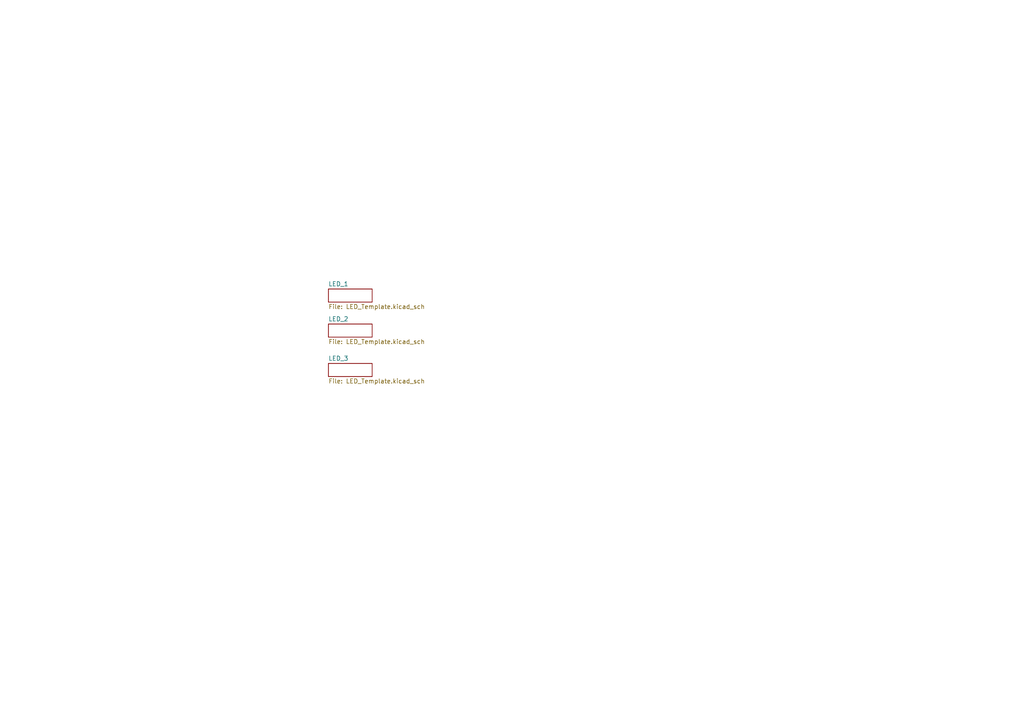
<source format=kicad_sch>
(kicad_sch (version 20211123) (generator eeschema)

  (uuid 156a09df-806b-4f9f-af99-82751deb8c6d)

  (paper "A4")

  (lib_symbols
  )


  (sheet (at 95.25 83.82) (size 12.7 3.81) (fields_autoplaced)
    (stroke (width 0.1524) (type solid) (color 0 0 0 0))
    (fill (color 0 0 0 0.0000))
    (uuid 4382dad4-e411-4c8a-bd11-5d571245c7aa)
    (property "Sheet name" "LED_1" (id 0) (at 95.25 83.1084 0)
      (effects (font (size 1.27 1.27)) (justify left bottom))
    )
    (property "Sheet file" "LED_Template.kicad_sch" (id 1) (at 95.25 88.2146 0)
      (effects (font (size 1.27 1.27)) (justify left top))
    )
  )

  (sheet (at 95.25 93.98) (size 12.7 3.81) (fields_autoplaced)
    (stroke (width 0.1524) (type solid) (color 0 0 0 0))
    (fill (color 0 0 0 0.0000))
    (uuid 8a5eb472-ce42-4daa-b008-f23517dabf91)
    (property "Sheet name" "LED_2" (id 0) (at 95.25 93.2684 0)
      (effects (font (size 1.27 1.27)) (justify left bottom))
    )
    (property "Sheet file" "LED_Template.kicad_sch" (id 1) (at 95.25 98.3746 0)
      (effects (font (size 1.27 1.27)) (justify left top))
    )
  )

  (sheet (at 95.25 105.41) (size 12.7 3.81) (fields_autoplaced)
    (stroke (width 0.1524) (type solid) (color 0 0 0 0))
    (fill (color 0 0 0 0.0000))
    (uuid 9f3a6c3c-cfb4-4592-83d4-27263dec8025)
    (property "Sheet name" "LED_3" (id 0) (at 95.25 104.6984 0)
      (effects (font (size 1.27 1.27)) (justify left bottom))
    )
    (property "Sheet file" "LED_Template.kicad_sch" (id 1) (at 95.25 109.8046 0)
      (effects (font (size 1.27 1.27)) (justify left top))
    )
  )

  (sheet_instances
    (path "/" (page "1"))
    (path "/4382dad4-e411-4c8a-bd11-5d571245c7aa" (page "2"))
    (path "/8a5eb472-ce42-4daa-b008-f23517dabf91" (page "3"))
    (path "/9f3a6c3c-cfb4-4592-83d4-27263dec8025" (page "4"))
  )

  (symbol_instances
    (path "/4382dad4-e411-4c8a-bd11-5d571245c7aa/a6b7f9f3-4123-4201-aea1-d228bbc1ecb5"
      (reference "#PWR?") (unit 1) (value "GND") (footprint "")
    )
    (path "/8a5eb472-ce42-4daa-b008-f23517dabf91/a6b7f9f3-4123-4201-aea1-d228bbc1ecb5"
      (reference "#PWR?") (unit 1) (value "GND") (footprint "")
    )
    (path "/9f3a6c3c-cfb4-4592-83d4-27263dec8025/a6b7f9f3-4123-4201-aea1-d228bbc1ecb5"
      (reference "#PWR?") (unit 1) (value "GND") (footprint "")
    )
    (path "/4382dad4-e411-4c8a-bd11-5d571245c7aa/abb33329-6a38-451b-9828-291f9d4627f9"
      (reference "D?") (unit 1) (value "LED") (footprint "")
    )
    (path "/8a5eb472-ce42-4daa-b008-f23517dabf91/abb33329-6a38-451b-9828-291f9d4627f9"
      (reference "D?") (unit 1) (value "LED") (footprint "")
    )
    (path "/9f3a6c3c-cfb4-4592-83d4-27263dec8025/abb33329-6a38-451b-9828-291f9d4627f9"
      (reference "D?") (unit 1) (value "LED") (footprint "")
    )
    (path "/4382dad4-e411-4c8a-bd11-5d571245c7aa/836190c2-e300-44c2-a190-2f4defc7d338"
      (reference "R?") (unit 1) (value "R") (footprint "")
    )
    (path "/8a5eb472-ce42-4daa-b008-f23517dabf91/836190c2-e300-44c2-a190-2f4defc7d338"
      (reference "R?") (unit 1) (value "R") (footprint "")
    )
    (path "/9f3a6c3c-cfb4-4592-83d4-27263dec8025/836190c2-e300-44c2-a190-2f4defc7d338"
      (reference "R?") (unit 1) (value "R") (footprint "")
    )
  )
)

</source>
